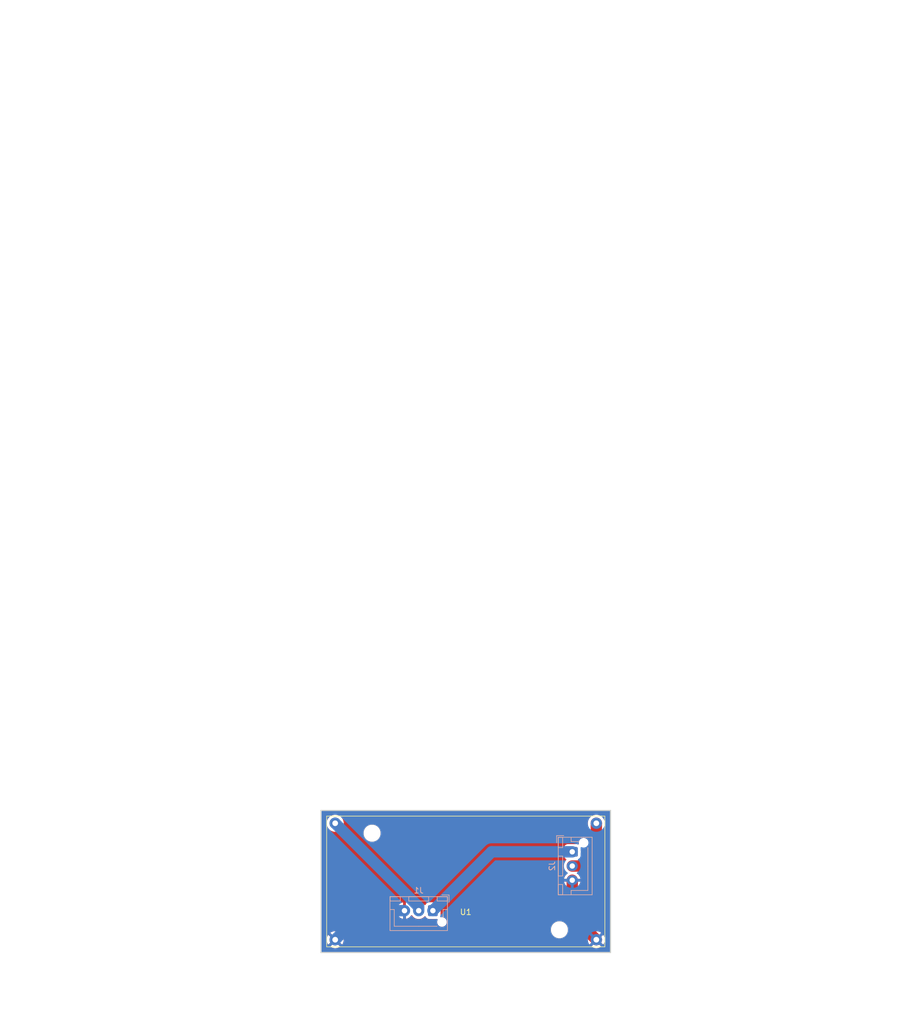
<source format=kicad_pcb>
(kicad_pcb (version 20240108) (generator "pcbnew") (generator_version "8.0")
  (layers (0 "F.Cu" signal) (31 "B.Cu" signal) (34 "B.Paste" user) (35 "F.Paste" user) (36 "B.SilkS" user "B.Silkscreen") (37 "F.SilkS" user "F.Silkscreen") (38 "B.Mask" user) (39 "F.Mask" user) (44 "Edge.Cuts" user))
  (net 0 "")
  (net 1 "Kicker")
  (net 2 "12v")
  (net 3 "GND")
  (net 4 "60v")
  (footprint "BoostConverter:Boost_Convertor_LM2577" (layer "F.Cu") (at 135.79 87.322)
    (property "Reference" "U1" (at 0 5.382 0) (layer "F.SilkS"))
    (property "Value" "BoostConverter")
    (fp_line (start -24.5 -11.5) (end -24.5 11.5) (stroke (width 0.12)) (layer "F.SilkS"))
    (fp_line (start -24.5 -11.5) (end 24.5 -11.5) (stroke (width 0.12)) (layer "F.SilkS"))
    (fp_line (start -24.5 11.5) (end 24.5 11.5) (stroke (width 0.12)) (layer "F.SilkS"))
    (fp_line (start 24.5 11.5) (end 24.5 -11.5) (stroke (width 0.12)) (layer "F.SilkS"))
    (fp_circle (center -16.5 -8.5) (end -15 -8.5) (stroke (width 0.05)) (fill none) (layer "Edge.Cuts"))
    (fp_circle (center 16.5 8.5) (end 18 8.5) (stroke (width 0.05)) (fill none) (layer "Edge.Cuts"))
    (pad "1" thru_hole circle (at -23 -10.25) (size 2 2) (drill 1) (layers "*.Cu" "*.Mask") (net 2 "12v"))
    (pad "2" thru_hole circle (at -23 10.25) (size 2 2) (drill 1) (layers "*.Cu" "*.Mask") (net 3 "GND"))
    (pad "3" thru_hole circle (at 23 -10.25) (size 2 2) (drill 1) (layers "*.Cu" "*.Mask") (net 4 "60v"))
    (pad "4" thru_hole circle (at 23 10.25) (size 2 2) (drill 1) (layers "*.Cu" "*.Mask") (net 3 "GND"))
  )
  (footprint "Connector_JST:JST_XH_B3B-XH-AM_1x03_P2.50mm_Vertical" (layer "B.Cu") (at 130 92.456 180)
    (property "Reference" "J1" (at 2.5 3.55 180) (layer "B.SilkS") (effects (justify mirror)))
    (property "Value" "Conn_01x03_Pin")
    (fp_line (start 7.56 2.46) (end 7.56 -3.51) (stroke (width 0.12)) (layer "B.SilkS"))
    (fp_line (start 7.56 -3.51) (end -2.56 -3.51) (stroke (width 0.12)) (layer "B.SilkS"))
    (fp_line (start 7.55 2.45) (end 7.55 1.7) (stroke (width 0.12)) (layer "B.SilkS"))
    (fp_line (start 7.55 1.7) (end 5.75 1.7) (stroke (width 0.12)) (layer "B.SilkS"))
    (fp_line (start 6.8 0.2) (end 7.55 0.2) (stroke (width 0.12)) (layer "B.SilkS"))
    (fp_line (start 6.8 -2.75) (end 6.8 0.2) (stroke (width 0.12)) (layer "B.SilkS"))
    (fp_line (start 5.75 2.45) (end 7.55 2.45) (stroke (width 0.12)) (layer "B.SilkS"))
    (fp_line (start 5.75 1.7) (end 5.75 2.45) (stroke (width 0.12)) (layer "B.SilkS"))
    (fp_line (start 4.25 2.45) (end 4.25 1.7) (stroke (width 0.12)) (layer "B.SilkS"))
    (fp_line (start 4.25 1.7) (end 0.75 1.7) (stroke (width 0.12)) (layer "B.SilkS"))
    (fp_line (start 2.5 -2.75) (end 6.8 -2.75) (stroke (width 0.12)) (layer "B.SilkS"))
    (fp_line (start 0.75 2.45) (end 4.25 2.45) (stroke (width 0.12)) (layer "B.SilkS"))
    (fp_line (start 0.75 1.7) (end 0.75 2.45) (stroke (width 0.12)) (layer "B.SilkS"))
    (fp_line (start -0.74 -2.75) (end 2.5 -2.75) (stroke (width 0.12)) (layer "B.SilkS"))
    (fp_line (start -0.75 2.45) (end -0.75 1.7) (stroke (width 0.12)) (layer "B.SilkS"))
    (fp_line (start -0.75 1.7) (end -2.55 1.7) (stroke (width 0.12)) (layer "B.SilkS"))
    (fp_line (start -1.8 0.2) (end -2.55 0.2) (stroke (width 0.12)) (layer "B.SilkS"))
    (fp_line (start -1.8 -1.14) (end -1.8 0.2) (stroke (width 0.12)) (layer "B.SilkS"))
    (fp_line (start -2.55 2.45) (end -0.75 2.45) (stroke (width 0.12)) (layer "B.SilkS"))
    (fp_line (start -2.55 1.7) (end -2.55 2.45) (stroke (width 0.12)) (layer "B.SilkS"))
    (fp_line (start -2.56 2.46) (end 7.56 2.46) (stroke (width 0.12)) (layer "B.SilkS"))
    (fp_line (start -2.56 -3.51) (end -2.56 2.46) (stroke (width 0.12)) (layer "B.SilkS"))
    (fp_line (start -2.85 2.75) (end -1.6 2.75) (stroke (width 0.12)) (layer "B.SilkS"))
    (fp_line (start -2.85 1.5) (end -2.85 2.75) (stroke (width 0.12)) (layer "B.SilkS"))
    (pad "" np_thru_hole circle (at -1.6 -2 180) (size 1.2 1.2) (drill 1.2) (layers "*.Cu" "*.Mask"))
    (pad "1" thru_hole roundrect (at 0 0 180) (size 1.7 1.95) (drill 0.95) (layers "*.Cu" "*.Mask") (roundrect_rratio 0.147059) (net 1 "Kicker"))
    (pad "2" thru_hole oval (at 2.5 0 180) (size 1.7 1.95) (drill 0.95) (layers "*.Cu" "*.Mask") (net 2 "12v"))
    (pad "3" thru_hole oval (at 5 0 180) (size 1.7 1.95) (drill 0.95) (layers "*.Cu" "*.Mask") (net 3 "GND"))
  )
  (footprint "Connector_JST:JST_XH_B3B-XH-AM_1x03_P2.50mm_Vertical" (layer "B.Cu") (at 154.55 82.1 -90)
    (property "Reference" "J2" (at 2.5 3.55 90) (layer "B.SilkS") (effects (justify mirror)))
    (property "Value" "Conn_01x03_Pin")
    (fp_line (start -2.85 2.75) (end -1.6 2.75) (stroke (width 0.12)) (layer "B.SilkS"))
    (fp_line (start -2.56 2.46) (end 7.56 2.46) (stroke (width 0.12)) (layer "B.SilkS"))
    (fp_line (start 7.56 2.46) (end 7.56 -3.51) (stroke (width 0.12)) (layer "B.SilkS"))
    (fp_line (start -2.55 2.45) (end -0.75 2.45) (stroke (width 0.12)) (layer "B.SilkS"))
    (fp_line (start -0.75 2.45) (end -0.75 1.7) (stroke (width 0.12)) (layer "B.SilkS"))
    (fp_line (start 0.75 2.45) (end 4.25 2.45) (stroke (width 0.12)) (layer "B.SilkS"))
    (fp_line (start 4.25 2.45) (end 4.25 1.7) (stroke (width 0.12)) (layer "B.SilkS"))
    (fp_line (start 5.75 2.45) (end 7.55 2.45) (stroke (width 0.12)) (layer "B.SilkS"))
    (fp_line (start 7.55 2.45) (end 7.55 1.7) (stroke (width 0.12)) (layer "B.SilkS"))
    (fp_line (start -2.55 1.7) (end -2.55 2.45) (stroke (width 0.12)) (layer "B.SilkS"))
    (fp_line (start -0.75 1.7) (end -2.55 1.7) (stroke (width 0.12)) (layer "B.SilkS"))
    (fp_line (start 0.75 1.7) (end 0.75 2.45) (stroke (width 0.12)) (layer "B.SilkS"))
    (fp_line (start 4.25 1.7) (end 0.75 1.7) (stroke (width 0.12)) (layer "B.SilkS"))
    (fp_line (start 5.75 1.7) (end 5.75 2.45) (stroke (width 0.12)) (layer "B.SilkS"))
    (fp_line (start 7.55 1.7) (end 5.75 1.7) (stroke (width 0.12)) (layer "B.SilkS"))
    (fp_line (start -2.85 1.5) (end -2.85 2.75) (stroke (width 0.12)) (layer "B.SilkS"))
    (fp_line (start -1.8 0.2) (end -2.55 0.2) (stroke (width 0.12)) (layer "B.SilkS"))
    (fp_line (start 6.8 0.2) (end 7.55 0.2) (stroke (width 0.12)) (layer "B.SilkS"))
    (fp_line (start -1.8 -1.14) (end -1.8 0.2) (stroke (width 0.12)) (layer "B.SilkS"))
    (fp_line (start -0.74 -2.75) (end 2.5 -2.75) (stroke (width 0.12)) (layer "B.SilkS"))
    (fp_line (start 2.5 -2.75) (end 6.8 -2.75) (stroke (width 0.12)) (layer "B.SilkS"))
    (fp_line (start 6.8 -2.75) (end 6.8 0.2) (stroke (width 0.12)) (layer "B.SilkS"))
    (fp_line (start -2.56 -3.51) (end -2.56 2.46) (stroke (width 0.12)) (layer "B.SilkS"))
    (fp_line (start 7.56 -3.51) (end -2.56 -3.51) (stroke (width 0.12)) (layer "B.SilkS"))
    (pad "" np_thru_hole circle (at -1.6 -2 270) (size 1.2 1.2) (drill 1.2) (layers "*.Cu" "*.Mask"))
    (pad "1" thru_hole roundrect (at 0 0 270) (size 1.7 1.95) (drill 0.95) (layers "*.Cu" "*.Mask") (roundrect_rratio 0.147059) (net 1 "Kicker"))
    (pad "2" thru_hole oval (at 2.5 0 270) (size 1.7 1.95) (drill 0.95) (layers "*.Cu" "*.Mask") (net 4 "60v"))
    (pad "3" thru_hole oval (at 5 0 270) (size 1.7 1.95) (drill 0.95) (layers "*.Cu" "*.Mask") (net 3 "GND"))
  )
  (gr_line (start 110.29 74.822) (end 161.29 74.822) (stroke (width 0.2)) (layer "Edge.Cuts"))
  (gr_line (start 110.29 99.822) (end 110.29 74.822) (stroke (width 0.2)) (layer "Edge.Cuts"))
  (gr_line (start 161.29 99.822) (end 110.29 99.822) (stroke (width 0.2)) (layer "Edge.Cuts"))
  (gr_line (start 161.29 99.822) (end 161.29 74.822) (stroke (width 0.2)) (layer "Edge.Cuts"))
  (segment (start 140.356 82.1) (end 154.55 82.1) (width 2) (layer "B.Cu") (net 1))
  (segment (start 130 92.456) (end 140.356 82.1) (width 2) (layer "B.Cu") (net 1))
  (segment (start 127.5 91.782) (end 112.79 77.072) (width 2) (layer "B.Cu") (net 2))
  (segment (start 127.5 92.456) (end 127.5 91.782) (width 2) (layer "B.Cu") (net 2))
  (segment (start 154.55 87.1) (end 154.55 93.332) (width 2) (layer "F.Cu") (net 3))
  (segment (start 154.55 93.332) (end 158.79 97.572) (width 2) (layer "F.Cu") (net 3))
  (segment (start 117.906 92.456) (end 112.79 97.572) (width 2) (layer "B.Cu") (net 3))
  (segment (start 125 92.456) (end 117.906 92.456) (width 2) (layer "B.Cu") (net 3))
  (segment (start 158.79 77.072) (end 158.79 83.085) (width 2) (layer "F.Cu") (net 4))
  (segment (start 158.79 83.085) (end 157.275 84.6) (width 2) (layer "F.Cu") (net 4))
  (segment (start 157.275 84.6) (end 154.55 84.6) (width 2) (layer "F.Cu") (net 4))
  (zone (net 3) (net_name "GND") (layers "F&B.Cu") (connect_pads (clearance 0.5)) (min_thickness 0.25) (fill yes (thermal_gap 0.5) (thermal_bridge_width 0.5))
    (polygon (pts (xy 105.664 69.596) (xy 102.87 104.14) (xy 168.148 104.14) (xy 166.624 69.088)))
  )
)
</source>
